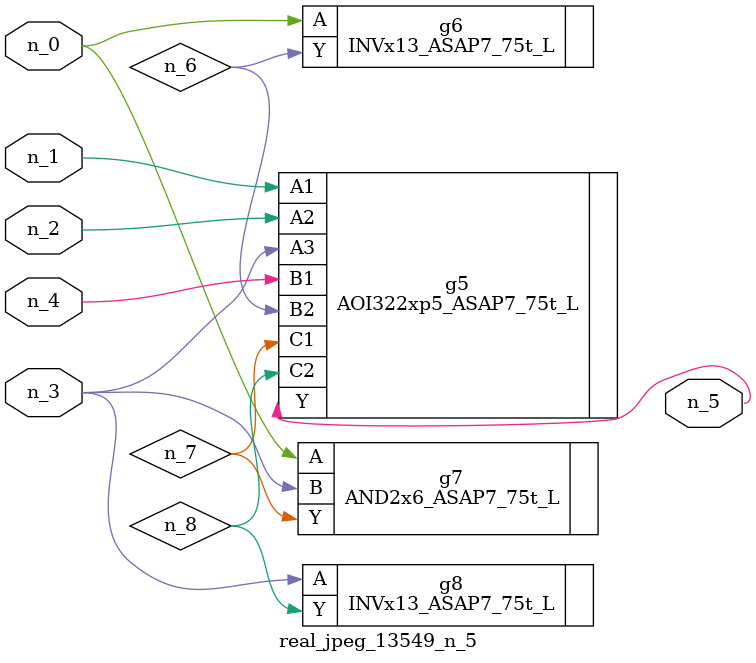
<source format=v>
module real_jpeg_13549_n_5 (n_4, n_0, n_1, n_2, n_3, n_5);

input n_4;
input n_0;
input n_1;
input n_2;
input n_3;

output n_5;

wire n_8;
wire n_6;
wire n_7;

INVx13_ASAP7_75t_L g6 ( 
.A(n_0),
.Y(n_6)
);

AND2x6_ASAP7_75t_L g7 ( 
.A(n_0),
.B(n_3),
.Y(n_7)
);

AOI322xp5_ASAP7_75t_L g5 ( 
.A1(n_1),
.A2(n_2),
.A3(n_3),
.B1(n_4),
.B2(n_6),
.C1(n_7),
.C2(n_8),
.Y(n_5)
);

INVx13_ASAP7_75t_L g8 ( 
.A(n_3),
.Y(n_8)
);


endmodule
</source>
